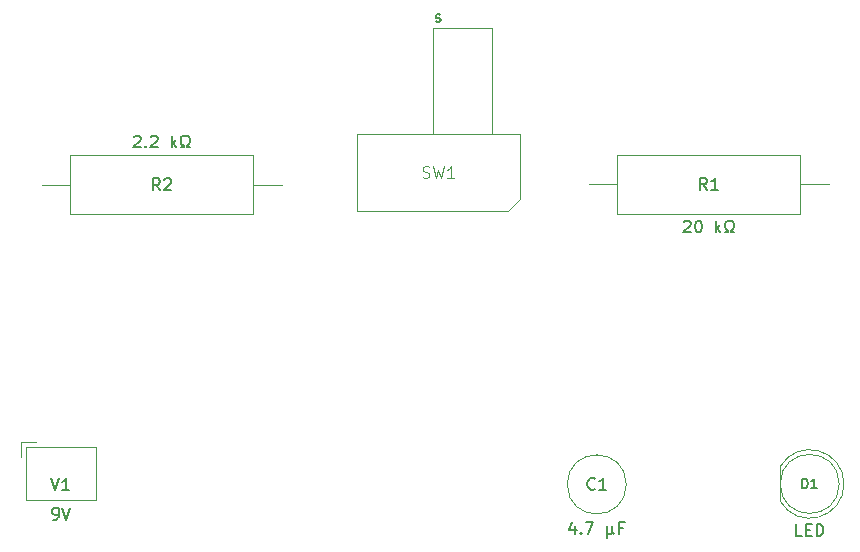
<source format=gbr>
%TF.GenerationSoftware,KiCad,Pcbnew,(6.0.10-0)*%
%TF.CreationDate,2023-02-14T13:21:13-08:00*%
%TF.ProjectId,lab4,6c616234-2e6b-4696-9361-645f70636258,rev?*%
%TF.SameCoordinates,Original*%
%TF.FileFunction,AssemblyDrawing,Top*%
%FSLAX46Y46*%
G04 Gerber Fmt 4.6, Leading zero omitted, Abs format (unit mm)*
G04 Created by KiCad (PCBNEW (6.0.10-0)) date 2023-02-14 13:21:13*
%MOMM*%
%LPD*%
G01*
G04 APERTURE LIST*
%ADD10C,0.150000*%
%ADD11C,0.100000*%
%ADD12C,0.200000*%
G04 APERTURE END LIST*
D10*
%TO.C,SW1*%
X144523214Y-57327261D02*
X144618452Y-57374880D01*
X144808928Y-57374880D01*
X144904166Y-57327261D01*
X144951785Y-57232023D01*
X144951785Y-57184404D01*
X144904166Y-57089166D01*
X144808928Y-57041547D01*
X144666071Y-57041547D01*
X144570833Y-56993928D01*
X144523214Y-56898690D01*
X144523214Y-56851071D01*
X144570833Y-56755833D01*
X144666071Y-56708214D01*
X144808928Y-56708214D01*
X144904166Y-56755833D01*
D11*
X143404166Y-70527261D02*
X143547023Y-70574880D01*
X143785119Y-70574880D01*
X143880357Y-70527261D01*
X143927976Y-70479642D01*
X143975595Y-70384404D01*
X143975595Y-70289166D01*
X143927976Y-70193928D01*
X143880357Y-70146309D01*
X143785119Y-70098690D01*
X143594642Y-70051071D01*
X143499404Y-70003452D01*
X143451785Y-69955833D01*
X143404166Y-69860595D01*
X143404166Y-69765357D01*
X143451785Y-69670119D01*
X143499404Y-69622500D01*
X143594642Y-69574880D01*
X143832738Y-69574880D01*
X143975595Y-69622500D01*
X144308928Y-69574880D02*
X144547023Y-70574880D01*
X144737500Y-69860595D01*
X144927976Y-70574880D01*
X145166071Y-69574880D01*
X146070833Y-70574880D02*
X145499404Y-70574880D01*
X145785119Y-70574880D02*
X145785119Y-69574880D01*
X145689880Y-69717738D01*
X145594642Y-69812976D01*
X145499404Y-69860595D01*
D10*
%TO.C,C1*%
X156282857Y-100055714D02*
X156282857Y-100722380D01*
X156044761Y-99674761D02*
X155806666Y-100389047D01*
X156425714Y-100389047D01*
X156806666Y-100627142D02*
X156854285Y-100674761D01*
X156806666Y-100722380D01*
X156759047Y-100674761D01*
X156806666Y-100627142D01*
X156806666Y-100722380D01*
X157187619Y-99722380D02*
X157854285Y-99722380D01*
X157425714Y-100722380D01*
X158997142Y-100055714D02*
X158997142Y-101055714D01*
X159473333Y-100579523D02*
X159520952Y-100674761D01*
X159616190Y-100722380D01*
X158997142Y-100579523D02*
X159044761Y-100674761D01*
X159140000Y-100722380D01*
X159330476Y-100722380D01*
X159425714Y-100674761D01*
X159473333Y-100579523D01*
X159473333Y-100055714D01*
X160378095Y-100198571D02*
X160044761Y-100198571D01*
X160044761Y-100722380D02*
X160044761Y-99722380D01*
X160520952Y-99722380D01*
X157973333Y-96877142D02*
X157925714Y-96924761D01*
X157782857Y-96972380D01*
X157687619Y-96972380D01*
X157544761Y-96924761D01*
X157449523Y-96829523D01*
X157401904Y-96734285D01*
X157354285Y-96543809D01*
X157354285Y-96400952D01*
X157401904Y-96210476D01*
X157449523Y-96115238D01*
X157544761Y-96020000D01*
X157687619Y-95972380D01*
X157782857Y-95972380D01*
X157925714Y-96020000D01*
X157973333Y-96067619D01*
X158925714Y-96972380D02*
X158354285Y-96972380D01*
X158640000Y-96972380D02*
X158640000Y-95972380D01*
X158544761Y-96115238D01*
X158449523Y-96210476D01*
X158354285Y-96258095D01*
%TO.C,R1*%
X165520952Y-74287619D02*
X165568571Y-74240000D01*
X165663809Y-74192380D01*
X165901904Y-74192380D01*
X165997142Y-74240000D01*
X166044761Y-74287619D01*
X166092380Y-74382857D01*
X166092380Y-74478095D01*
X166044761Y-74620952D01*
X165473333Y-75192380D01*
X166092380Y-75192380D01*
X166711428Y-74192380D02*
X166806666Y-74192380D01*
X166901904Y-74240000D01*
X166949523Y-74287619D01*
X166997142Y-74382857D01*
X167044761Y-74573333D01*
X167044761Y-74811428D01*
X166997142Y-75001904D01*
X166949523Y-75097142D01*
X166901904Y-75144761D01*
X166806666Y-75192380D01*
X166711428Y-75192380D01*
X166616190Y-75144761D01*
X166568571Y-75097142D01*
X166520952Y-75001904D01*
X166473333Y-74811428D01*
X166473333Y-74573333D01*
X166520952Y-74382857D01*
X166568571Y-74287619D01*
X166616190Y-74240000D01*
X166711428Y-74192380D01*
X168235238Y-75192380D02*
X168235238Y-74192380D01*
X168330476Y-74811428D02*
X168616190Y-75192380D01*
X168616190Y-74525714D02*
X168235238Y-74906666D01*
X168997142Y-75192380D02*
X169235238Y-75192380D01*
X169235238Y-75001904D01*
X169140000Y-74954285D01*
X169044761Y-74859047D01*
X168997142Y-74716190D01*
X168997142Y-74478095D01*
X169044761Y-74335238D01*
X169140000Y-74240000D01*
X169282857Y-74192380D01*
X169473333Y-74192380D01*
X169616190Y-74240000D01*
X169711428Y-74335238D01*
X169759047Y-74478095D01*
X169759047Y-74716190D01*
X169711428Y-74859047D01*
X169616190Y-74954285D01*
X169520952Y-75001904D01*
X169520952Y-75192380D01*
X169759047Y-75192380D01*
X167473333Y-71572380D02*
X167140000Y-71096190D01*
X166901904Y-71572380D02*
X166901904Y-70572380D01*
X167282857Y-70572380D01*
X167378095Y-70620000D01*
X167425714Y-70667619D01*
X167473333Y-70762857D01*
X167473333Y-70905714D01*
X167425714Y-71000952D01*
X167378095Y-71048571D01*
X167282857Y-71096190D01*
X166901904Y-71096190D01*
X168425714Y-71572380D02*
X167854285Y-71572380D01*
X168140000Y-71572380D02*
X168140000Y-70572380D01*
X168044761Y-70715238D01*
X167949523Y-70810476D01*
X167854285Y-70858095D01*
%TO.C,V1*%
X112140952Y-99492380D02*
X112331428Y-99492380D01*
X112426666Y-99444761D01*
X112474285Y-99397142D01*
X112569523Y-99254285D01*
X112617142Y-99063809D01*
X112617142Y-98682857D01*
X112569523Y-98587619D01*
X112521904Y-98540000D01*
X112426666Y-98492380D01*
X112236190Y-98492380D01*
X112140952Y-98540000D01*
X112093333Y-98587619D01*
X112045714Y-98682857D01*
X112045714Y-98920952D01*
X112093333Y-99016190D01*
X112140952Y-99063809D01*
X112236190Y-99111428D01*
X112426666Y-99111428D01*
X112521904Y-99063809D01*
X112569523Y-99016190D01*
X112617142Y-98920952D01*
X112902857Y-98492380D02*
X113236190Y-99492380D01*
X113569523Y-98492380D01*
X111950476Y-95992380D02*
X112283809Y-96992380D01*
X112617142Y-95992380D01*
X113474285Y-96992380D02*
X112902857Y-96992380D01*
X113188571Y-96992380D02*
X113188571Y-95992380D01*
X113093333Y-96135238D01*
X112998095Y-96230476D01*
X112902857Y-96278095D01*
%TO.C,D1*%
X175527142Y-100892380D02*
X175050952Y-100892380D01*
X175050952Y-99892380D01*
X175860476Y-100368571D02*
X176193809Y-100368571D01*
X176336666Y-100892380D02*
X175860476Y-100892380D01*
X175860476Y-99892380D01*
X176336666Y-99892380D01*
X176765238Y-100892380D02*
X176765238Y-99892380D01*
X177003333Y-99892380D01*
X177146190Y-99940000D01*
X177241428Y-100035238D01*
X177289047Y-100130476D01*
X177336666Y-100320952D01*
X177336666Y-100463809D01*
X177289047Y-100654285D01*
X177241428Y-100749523D01*
X177146190Y-100844761D01*
X177003333Y-100892380D01*
X176765238Y-100892380D01*
D12*
X175559523Y-96841904D02*
X175559523Y-96041904D01*
X175750000Y-96041904D01*
X175864285Y-96080000D01*
X175940476Y-96156190D01*
X175978571Y-96232380D01*
X176016666Y-96384761D01*
X176016666Y-96499047D01*
X175978571Y-96651428D01*
X175940476Y-96727619D01*
X175864285Y-96803809D01*
X175750000Y-96841904D01*
X175559523Y-96841904D01*
X176778571Y-96841904D02*
X176321428Y-96841904D01*
X176550000Y-96841904D02*
X176550000Y-96041904D01*
X176473809Y-96156190D01*
X176397619Y-96232380D01*
X176321428Y-96270476D01*
D10*
%TO.C,R2*%
X118962857Y-67087619D02*
X119010476Y-67040000D01*
X119105714Y-66992380D01*
X119343809Y-66992380D01*
X119439047Y-67040000D01*
X119486666Y-67087619D01*
X119534285Y-67182857D01*
X119534285Y-67278095D01*
X119486666Y-67420952D01*
X118915238Y-67992380D01*
X119534285Y-67992380D01*
X119962857Y-67897142D02*
X120010476Y-67944761D01*
X119962857Y-67992380D01*
X119915238Y-67944761D01*
X119962857Y-67897142D01*
X119962857Y-67992380D01*
X120391428Y-67087619D02*
X120439047Y-67040000D01*
X120534285Y-66992380D01*
X120772380Y-66992380D01*
X120867619Y-67040000D01*
X120915238Y-67087619D01*
X120962857Y-67182857D01*
X120962857Y-67278095D01*
X120915238Y-67420952D01*
X120343809Y-67992380D01*
X120962857Y-67992380D01*
X122153333Y-67992380D02*
X122153333Y-66992380D01*
X122248571Y-67611428D02*
X122534285Y-67992380D01*
X122534285Y-67325714D02*
X122153333Y-67706666D01*
X122915238Y-67992380D02*
X123153333Y-67992380D01*
X123153333Y-67801904D01*
X123058095Y-67754285D01*
X122962857Y-67659047D01*
X122915238Y-67516190D01*
X122915238Y-67278095D01*
X122962857Y-67135238D01*
X123058095Y-67040000D01*
X123200952Y-66992380D01*
X123391428Y-66992380D01*
X123534285Y-67040000D01*
X123629523Y-67135238D01*
X123677142Y-67278095D01*
X123677142Y-67516190D01*
X123629523Y-67659047D01*
X123534285Y-67754285D01*
X123439047Y-67801904D01*
X123439047Y-67992380D01*
X123677142Y-67992380D01*
X121153333Y-71612380D02*
X120820000Y-71136190D01*
X120581904Y-71612380D02*
X120581904Y-70612380D01*
X120962857Y-70612380D01*
X121058095Y-70660000D01*
X121105714Y-70707619D01*
X121153333Y-70802857D01*
X121153333Y-70945714D01*
X121105714Y-71040952D01*
X121058095Y-71088571D01*
X120962857Y-71136190D01*
X120581904Y-71136190D01*
X121534285Y-70707619D02*
X121581904Y-70660000D01*
X121677142Y-70612380D01*
X121915238Y-70612380D01*
X122010476Y-70660000D01*
X122058095Y-70707619D01*
X122105714Y-70802857D01*
X122105714Y-70898095D01*
X122058095Y-71040952D01*
X121486666Y-71612380D01*
X122105714Y-71612380D01*
D11*
%TO.C,SW1*%
X137837500Y-73372500D02*
X137837500Y-66872500D01*
X150637500Y-73372500D02*
X137837500Y-73372500D01*
X144237500Y-66872500D02*
X144237500Y-57872500D01*
X150637500Y-73372500D02*
X151637500Y-72372500D01*
X137837500Y-66872500D02*
X151637500Y-66872500D01*
X151637500Y-66872500D02*
X151637500Y-72372500D01*
X144237500Y-57872500D02*
X149237500Y-57872500D01*
X149237500Y-57872500D02*
X149237500Y-66872500D01*
%TO.C,C1*%
X160640000Y-96520000D02*
G75*
G03*
X160640000Y-96520000I-2500000J0D01*
G01*
%TO.C,R1*%
X157480000Y-71120000D02*
X159890000Y-71120000D01*
X159890000Y-73620000D02*
X175390000Y-73620000D01*
X175390000Y-68620000D02*
X159890000Y-68620000D01*
X175390000Y-73620000D02*
X175390000Y-68620000D01*
X159890000Y-68620000D02*
X159890000Y-73620000D01*
X177800000Y-71120000D02*
X175390000Y-71120000D01*
%TO.C,V1*%
X109810000Y-93340000D02*
X109810000Y-97840000D01*
X109400000Y-92930000D02*
X109400000Y-94180000D01*
X115710000Y-93340000D02*
X109810000Y-93340000D01*
X115710000Y-97840000D02*
X115710000Y-93340000D01*
X109810000Y-97840000D02*
X115710000Y-97840000D01*
X110650000Y-92930000D02*
X109400000Y-92930000D01*
%TO.C,D1*%
X173670000Y-95010306D02*
X173670000Y-97949694D01*
X173669984Y-97949666D02*
G75*
G03*
X173670000Y-95010306I2500016J1469666D01*
G01*
X178670000Y-96480000D02*
G75*
G03*
X178670000Y-96480000I-2500000J0D01*
G01*
%TO.C,R2*%
X113570000Y-68660000D02*
X113570000Y-73660000D01*
X111160000Y-71160000D02*
X113570000Y-71160000D01*
X131480000Y-71160000D02*
X129070000Y-71160000D01*
X129070000Y-68660000D02*
X113570000Y-68660000D01*
X113570000Y-73660000D02*
X129070000Y-73660000D01*
X129070000Y-73660000D02*
X129070000Y-68660000D01*
%TD*%
M02*

</source>
